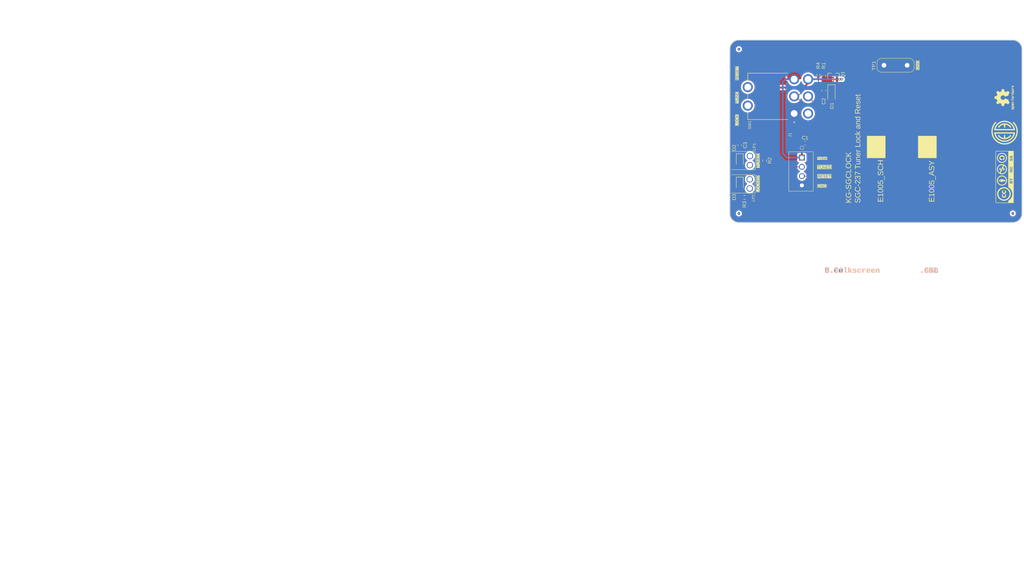
<source format=kicad_pcb>
(kicad_pcb
	(version 20241229)
	(generator "pcbnew")
	(generator_version "9.0")
	(general
		(thickness 1.6)
		(legacy_teardrops no)
	)
	(paper "USLegal")
	(layers
		(0 "F.Cu" signal)
		(2 "B.Cu" signal)
		(9 "F.Adhes" user "F.Adhesive")
		(11 "B.Adhes" user "B.Adhesive")
		(13 "F.Paste" user)
		(15 "B.Paste" user)
		(5 "F.SilkS" user "F.Silkscreen")
		(7 "B.SilkS" user "B.Silkscreen")
		(1 "F.Mask" user)
		(3 "B.Mask" user)
		(17 "Dwgs.User" user "User.Drawings")
		(19 "Cmts.User" user "User.Comments")
		(21 "Eco1.User" user "User.Eco1")
		(23 "Eco2.User" user "User.Eco2")
		(25 "Edge.Cuts" user "Board.Outline")
		(27 "Margin" user)
		(31 "F.CrtYd" user "F.Courtyard")
		(29 "B.CrtYd" user "B.Courtyard")
		(35 "F.Fab" user "F.Assembly")
		(33 "B.Fab" user "B.Assembly")
		(39 "User.1" user "Gerber.Title.Block")
		(41 "User.2" user "F.FabNotes")
		(43 "User.3" user "F.FabNotes2")
		(45 "User.4" user "B.FabNotes")
		(47 "User.5" user "B.FabNotes2")
		(49 "User.6" user)
		(51 "User.7" user)
		(53 "User.8" user)
		(55 "User.9" user)
	)
	(setup
		(stackup
			(layer "F.SilkS"
				(type "Top Silk Screen")
			)
			(layer "F.Paste"
				(type "Top Solder Paste")
			)
			(layer "F.Mask"
				(type "Top Solder Mask")
				(thickness 0.01)
			)
			(layer "F.Cu"
				(type "copper")
				(thickness 0.035)
			)
			(layer "dielectric 1"
				(type "core")
				(thickness 1.51)
				(material "FR4")
				(epsilon_r 4.5)
				(loss_tangent 0.02)
			)
			(layer "B.Cu"
				(type "copper")
				(thickness 0.035)
			)
			(layer "B.Mask"
				(type "Bottom Solder Mask")
				(thickness 0.01)
			)
			(layer "B.Paste"
				(type "Bottom Solder Paste")
			)
			(layer "B.SilkS"
				(type "Bottom Silk Screen")
			)
			(copper_finish "ENIG")
			(dielectric_constraints no)
		)
		(pad_to_mask_clearance 0)
		(allow_soldermask_bridges_in_footprints no)
		(tenting front back)
		(aux_axis_origin 229.982233 80.017767)
		(grid_origin 229.982233 80.017767)
		(pcbplotparams
			(layerselection 0x00000000_00000000_55555555_5755f5ff)
			(plot_on_all_layers_selection 0x00000000_00000000_00000080_02000000)
			(disableapertmacros no)
			(usegerberextensions yes)
			(usegerberattributes yes)
			(usegerberadvancedattributes yes)
			(creategerberjobfile no)
			(dashed_line_dash_ratio 12.000000)
			(dashed_line_gap_ratio 3.000000)
			(svgprecision 4)
			(plotframeref no)
			(mode 1)
			(useauxorigin yes)
			(hpglpennumber 1)
			(hpglpenspeed 20)
			(hpglpendiameter 15.000000)
			(pdf_front_fp_property_popups yes)
			(pdf_back_fp_property_popups yes)
			(pdf_metadata yes)
			(pdf_single_document no)
			(dxfpolygonmode yes)
			(dxfimperialunits yes)
			(dxfusepcbnewfont yes)
			(psnegative no)
			(psa4output no)
			(plot_black_and_white yes)
			(sketchpadsonfab no)
			(plotpadnumbers no)
			(hidednponfab no)
			(sketchdnponfab yes)
			(crossoutdnponfab yes)
			(subtractmaskfromsilk no)
			(outputformat 1)
			(mirror no)
			(drillshape 0)
			(scaleselection 1)
			(outputdirectory "../2_Fabrication/drill_map/")
		)
	)
	(property "art_checked_date" "<art checked date>")
	(property "art_checker" "D. CLARK")
	(property "art_eng" "D. CLARK")
	(property "art_eng_date" "21.DEC.25")
	(property "art_prj_eng_date" "21.DEC.25")
	(property "art_rev" "X02")
	(property "base_pn" "E1005")
	(property "pcb_checked_date" "<pcb checked date>")
	(property "pcb_checker" "D. CLARK")
	(property "pcb_eng" "D. CLARK")
	(property "pcb_eng_date" "21.DEC.25")
	(property "pcb_prj_eng_date" "21.DEC.25")
	(property "pcb_rev" "X02")
	(property "pcba_checked_date" "<pcba checked date>")
	(property "pcba_checker" "D. CLARK")
	(property "pcba_eng" "D. CLARK")
	(property "pcba_eng_date" "21.DEC.25")
	(property "pcba_name" "SGC-237 Tuner Lock and Reset")
	(property "pcba_prj_eng_date" "21.DEC.25")
	(property "pcba_rev" "X02")
	(property "prj_eng" "D. CLARK")
	(property "prj_license" "CC BY-NC-SA")
	(property "prj_name" "KG-SGCLOCK")
	(property "sch_checked_date" "<sch checked date>")
	(property "sch_checker" "D. CLARK")
	(property "sch_eng" "D. CLARK")
	(property "sch_eng_date" "21.DEC.25")
	(property "sch_prj_eng_date" "21.DEC.25")
	(property "sch_rev" "X02")
	(net 0 "")
	(net 1 "+VSW")
	(net 2 "GND")
	(net 3 "/Schematic Top Sheet/Vb")
	(net 4 "/Schematic Top Sheet/~{TUNED}")
	(net 5 "/Schematic Top Sheet/D2_A")
	(net 6 "/Schematic Top Sheet/D3_A")
	(net 7 "/Schematic Top Sheet/Ve")
	(net 8 "/Schematic Top Sheet/LOCKED")
	(net 9 "/Schematic Top Sheet/~{RESET}")
	(net 10 "unconnected-(SW1-A-Pad4)")
	(footprint "DDCEE:footprint_ddcee_5x5" (layer "F.Cu") (at 305.232233 55.017767 90))
	(footprint "Capacitor_SMD:C_0603_1608Metric_Pad1.08x0.95mm_HandSolder" (layer "F.Cu") (at 250.594733 58.267767))
	(footprint "Resistor_SMD:R_0603_1608Metric_Pad0.98x0.95mm_HandSolder" (layer "F.Cu") (at 239.532233 63.017767 -90))
	(footprint "Resistor_SMD:R_0603_1608Metric_Pad0.98x0.95mm_HandSolder" (layer "F.Cu") (at 234.032233 73.117767 180))
	(footprint "Resistor_SMD:R_0603_1608Metric_Pad0.98x0.95mm_HandSolder" (layer "F.Cu") (at 255.732233 39.867767 -90))
	(footprint "DDCEE:LP_SLP3-200-R" (layer "F.Cu") (at 225.207233 63.017767 90))
	(footprint "LED_SMD:LED_0805_2012Metric_Pad1.15x1.40mm_HandSolder" (layer "F.Cu") (at 232.732233 69.417767 -90))
	(footprint "DDCEE:footprint_CC-BY-SA-NC" (layer "F.Cu") (at 305.232233 67.517767 90))
	(footprint "DDCEE:SW_7207MD9ABE" (layer "F.Cu") (at 249.523483 45.430267 90))
	(footprint "DDCEE:TP_2P_Keystone_1430-2" (layer "F.Cu") (at 275.382233 36.917767))
	(footprint "Resistor_SMD:R_0402_1005Metric_Pad0.72x0.64mm_HandSolder" (layer "F.Cu") (at 254.232233 39.517767 -90))
	(footprint "Fiducial:Fiducial_0.75mm_Mask1.5mm" (layer "F.Cu") (at 232.482233 32.517767))
	(footprint "DDCEE:CONN_SD-39773-001_04P_MOL"
		(layer "F.Cu")
		(uuid "6626c22a-8b42-479d-94f0-968f07e6fc87")
		(at 249.732233 66.017767 90)
		(tags "397730004 ")
		(property "Reference" "J1"
			(at 10.04 -3.25 90)
			(unlocked yes)
			(layer "F.SilkS")
			(uuid "3ca4182c-8de8-4f05-b17a-cadfa55c1038")
			(effects
				(font
					(face "Liberation Sans")
					(size 0.8 0.8)
					(thickness 0.1)
				)
			)
			(render_cache "J1" 90
				(polygon
					(pts
						(xy 246.826738 56.318876) (xy 246.822253 56.373652) (xy 246.809662 56.419211) (xy 246.789708 56.457272)
						(xy 246.762366 56.489104) (xy 246.726847 56.515416) (xy 246.681674 56.536285) (xy 246.624798 56.551151)
						(xy 246.607896 56.44896) (xy 246.648695 56.439097) (xy 246.681092 56.424212) (xy 246.706619 56.404703)
						(xy 246.726253 56.379871) (xy 246.737984 56.35146) (xy 246.742034 56.318338) (xy 246.737458 56.282291)
						(xy 246.724443 56.252959) (xy 246.702907 56.22875) (xy 246.674943 56.211458) (xy 246.637657 56.200125)
						(xy 246.588308 56.195924) (xy 246.130401 56.195924) (xy 246.130401 56.344033) (xy 246.045161 56.344033)
						(xy 246.045161 56.092072) (xy 246.586061 56.092072) (xy 246.641912 56.096295) (xy 246.688973 56.108195)
						(xy 246.728775 56.127046) (xy 246.762502 56.152742) (xy 246.790027 56.185019) (xy 246.809927 56.222694)
						(xy 246.822353 56.266827)
					)
				)
				(polygon
					(pts
						(xy 246.814233 55.923789) (xy 246.730604 55.923789) (xy 246.730604 55.727564) (xy 246.139145 55.727564)
						(xy 246.264002 55.901367) (xy 246.171092 55.901367) (xy 246.045161 55.719357) (xy 246.045161 55.628645)
						(xy 246.730604 55.628645) (xy 246.730604 55.441214) (xy 246.814233 55.441214)
					)
				)
			)
		)
		(property "Value" "0397730004"
			(at 3.81 0 90)
			(unlocked yes)
			(layer "F.Fab")
			(uuid "8dd9f29b-cd96-4352-b5f2-70050ff285f0")
			(effects
				(font
					(size 1 1)
					(thickness 0.15)
				)
			)
		)
		(property "Datasheet" "https://www.molex.com/en-us/products/part-detail/397730004?display=pdf"
			(at 0 0 90)
			(unlocked yes)
			(layer "F.Fab")
			(hide yes)
			(uuid "333b87f9-7a15-48fd-b5ed-846e6ad1fb08")
			(effects
				(font
					(size 1 1)
					(thickness 0.15)
				)
			)
		)
		(property "Description" "EUROSTYLE 2.54 FIXED PIN 4 CIR"
			(at 0 0 90)
			(unlocked yes)
			(layer "F.Fab")
			(hide yes)
			(uuid "1d858414-0ff3-4702-933d-9c7be5c17ed8")
			(effects
				(font
					(size 1 1)
					(thickness 0.15)
				)
			)
		)
		(property "Detailed Description" "4 Position Wire to Board Terminal Block Horizontal with Board 0.100\" (2.54mm) Through Hole"
			(at 0 0 90)
			(unlocked yes)
			(layer "F.Fab")
			(hide yes)
			(uuid "25068cea-fd55-4a05-aa4c-873e9f4ab8cf")
			(effects
				(font
					(size 1 1)
					(thickness 0.15)
				)
			)
		)
		(property "Manufacturer" "Molex"
			(at 0 0 90)
			(unlocked yes)
			(layer "F.Fab")
			(hide yes)
			(uuid "03e0f785-2360-47f5-bac8-78b1b36c2a70")
			(effects
				(font
					(size 1 1)
					(thickness 0.15)
				)
			)
		)
		(property "Manufacturer PN" "0397730004"
			(at 0 0 90)
			(unlocked yes)
			(layer "F.Fab")
			(hide yes)
			(uuid "2a417cba-896a-4c44-8ea6-ab58a43512ff")
			(effects
				(font
					(size 1 1)
					(thickness 0.15)
				)
			)
		)
		(property "Supplier 1" "Digikey"
			(at 0 0 90)
			(unlocked yes)
			(layer "F.Fab")
			(hide yes)
			(uuid "34447bdb-dcd8-4317-aac4-4fb4cfd4744a")
			(effects
				(font
					(size 1 1)
					(thickness 0.15)
				)
			)
		)
		(property "Supplier 1 PN" "0397730004-ND"
			(at 0 0 90)
			(unlocked yes)
			(layer "F.Fab")
			(hide yes)
			(uuid "f3baefdd-f6d4-4eb8-8713-4871b18be3ef")
			(effects
				(font
					(size 1 1)
					(thickness 0.15)
				)
			)
		)
		(property "Supplier 1 Link" "https://www.digikey.com/en/products/detail/molex/0397730004/9740841"
			(at 0 0 90)
			(unlocked yes)
			(layer "F.Fab")
			(hide yes)
			(uuid "6c012533-f494-460b-8383-a4e3794dedca")
			(effects
				(font
					(size 1 1)
					(thickness 0.15)
				)
			)
		)
		(property "Supplier 2" ""
			(at 0 0 90)
			(unlocked yes)
			(layer "F.Fab")
			(hide yes)
			(uuid "892b83ed-964b-4947-977e-ae1729025b9b")
			(effects
				(font
					(size 1 1)
					(thickness 0.15)
				)
			)
		)
		(property "Supplier 2 PN" ""
			(at 0 0 90)
			(unlocked yes)
			(layer "F.Fab")
			(hide yes)
			(uuid "e8df3f0e-c550-4b83-9d7a-f59a176f95f8")
			(effects
				(font
					(size 1 1)
					(thickness 0.15)
				)
			)
		)
		(property "Supplier 2 Link" ""
			(at 0 0 90)
			(unlocked yes)
			(layer "F.Fab")
			(hide yes)
			(uuid "4c5756fe-6a7e-465a-a099-307a6bcd70d4")
			(effects
				(font
					(size 1 1)
					(thickness 0.15)
				)
			)
		)
		(property "Supplier 3" ""
			(at 0 0 90)
			(unlocked yes)
			(layer "F.Fab")
			(hide yes)
			(uuid "6633d409-5e6e-446a-99e1-052197dfcd41")
			(effects
				(font
					(size 1 1)
					(thickness 0.15)
				)
			)
		)
		(property "Supplier 3 PN" ""
			(at 0 0 90)
			(unlocked yes)
			(layer "F.Fab")
			(hide yes)
			(uuid "c7fd7e59-6af5-419a-9194-9cd2bafae86a")
			(effects
				(font
					(size 1 1)
					(thickness 0.15)
				)
			)
		)
		(property "Supplier 3 Link" ""
			(at 0 0 90)
			(unlocked yes)
			(layer "F.Fab")
			(hide yes)
			(uuid "ba54affa-2ab6-425e-ba73-0ba098a73774")
			(effects
				(font
					(size 1 1)
					(thickness 0.15)
				)
			)
		)
		(property "Assembly Instructions" ""
			(at 0 0 90)
			(unlocked yes)
			(layer "F.Fab")
			(hide yes)
			(uuid "3e61fb0b-c89f-46b8-8e20-89e72d8a2ab5")
			(effects
				(font
					(size 1 1)
					(thickness 0.15)
				)
			)
		)
		(property "Alternate Manufacturer 1" ""
			(at 0 0 90)
			(unlocked yes)
			(layer "F.Fab")
			(hide yes)
			(uuid "ffb97f2a-463b-48ce-bef9-ea0e7503026c")
			(effects
				(font
					(size 1 1)
					(thickness 0.15)
				)
			)
		)
		(property "Alternate Manufacturer 1 PN" ""
			(at 0 0 90)
			(unlocked yes)
			(layer "F.Fab")
			(hide yes)
			(uuid "1f040cd6-3508-4aae-90c4-a9869710d61f")
			(effects
				(font
					(size 1 1)
					(thickness 0.15)
				)
			)
		)
		(property "Alternate Manufacturer 2" ""
			(at 0 0 90)
			(unlocked yes)
			(layer "F.Fab")
			(hide yes)
			(uuid "e82d4d36-bccf-431a-af95-01e5bea9d74d")
			(effects
				(font
					(size 1 1)
					(thickness 0.15)
				)
			)
		)
		(property "Alternate Manufacturer 2 PN" ""
			(at 0 0 90)
			(unlocked yes)
			(layer "F.Fab")
			(hide yes)
			(uuid "a7868d14-1ba4-463a-bac9-c89c883e996e")
			(effects
				(font
					(size 1 1)
					(thickness 0.15)
				)
			)
		)
		(path "/cec39ed2-99af-4908-8ea2-fcb82f236403/654aa9f1-27d0-4b89-b3fb-35c1bf8c45fc")
		(sheetname "/Schematic Top Sheet/")
		(sheetfile "./SCH/03_Schemtic_Top.kicad_sch")
		(attr through_hole)
		(fp_rect
			(start -5.4 -3.6)
			(end 5.4 3.1)
			(stroke
				(width 0.1)
				(type default)
			)
			(fill no)
			(layer "F.SilkS")
			(uuid "6bd97cc0-5f24-4c2a-9d22-04070ab3d9f5")
		)
		(fp_circle
			(center 6.5 0)
			(end 6 0)
			(stroke
				(width 0.1)
				(type solid)
			)
			(fill no)
			(layer "F.SilkS")
			(uuid "6a7024c1-cdca-4940-ab96-abc66fe9bd7b")
		)
		(fp_rect
			(start -5.4 -3.6)
			(end 5.4 3.1)
			(stroke
				(width 0.05)
				(type default)
			)
			(fill no)
			(layer "F.CrtYd")
			(uuid "20203175-b8cc-46c9-9ac9-942db3a6b0b6")
		)
		(fp_rect
			(start -5.31 -3.5)
			(end 5.31 3)
			(stroke
				(width 0.05)
				(type default)
			)
			(fill no)
			(layer "F.CrtYd")
			(uuid "ac795d3a-52b4-4328-beba-1284ecf1f71b")
		)
		(fp_rect
			(start -5.4 -3.6)
			(end 5.4 3.1)
			(stroke
				(width 0.1)
				(type default)
			)
			(fill no)
			(layer "F.Fab")
			(uuid "0e897391-cbd3-474f-9732-85ec2c496526")
		)
		(fp_circle
			(center 3.81 0)
			(end 3.381 0)
			(stroke
				(width 0.1)
				(type solid)
			)
			(fill no)
			(layer "F.Fab")
			(uuid "489e8c26-ce75-4581-9b71-70fda3606427")
		)
		(fp_text user "${REFERENCE}"
			(at 3.81 0 90)
			(unlocked yes)
			(layer "F.Fab")
			(uuid "a9f33905-b97e-4f06-8894-471ea7e47e86")
			(effects
				(font
					(size 1 1)
					(thickness 0.15)
				)
			)
		)
		(pad "1" thru_hole rect
			(at 3.81 0 90)
			(size 1.6002 1.6002)
			(drill 1.0922)
			(layers "*.Cu" "*.Mask")
			(remove_unused_layers no)
			(net 1 "+VSW")
			(pinfunction "PIN1")
			(pintype "passive")
			(thermal_bridge_angle 45)
			(uuid "e928084b-90c0-4752-8278-47b9e4da53ee")
		)
		(pad "2" thru_hole circle
			(at 1.27 0 90)
			(size 1.6002 1.6002)
			(drill 1.0922)
			(layers "*.Cu" "*.Mask")
			(remove_unused_layers no)
			(net 4 "/Schematic Top Sheet/~{TUNED}")
			(pinfunction "PIN2")
			(pintype "passive")
			(uuid "a109e514-e9e9-4a29-9b09-8956e60b6a88")
		)
		(pad "3" thru_hole circle
			(at -1.27 0 90)
			(size 1.6002 1.6002)
			(drill 1.0922)
			(layers "*.Cu" "*.Mask")
			(remove_unused_layers no)
			(net 9 "/Schematic Top Sheet/~{RESET}")
			(pinfunction "PIN3")
			(pintype "passive")
			(uuid "3fae95ba-de50-4de9-9f98-3c5a08ea97bd")
... [2512321 chars truncated]
</source>
